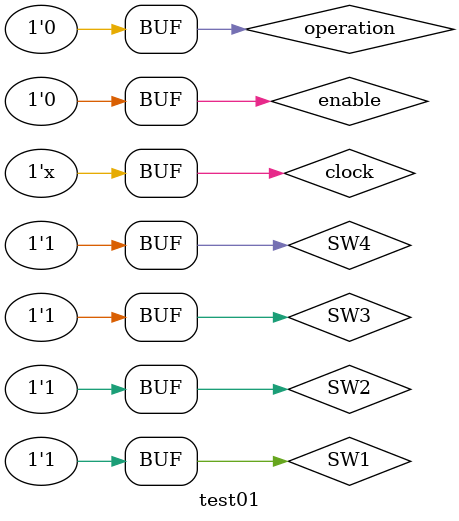
<source format=v>
`timescale 1ns / 1ps


module test01;

	// Inputs
	reg SW1;
	reg SW2;
	reg SW3;
	reg SW4;
	reg clock;
	reg operation;
	reg enable;

	// Instantiate the Unit Under Test (UUT)
	CPU uut (
		.SW1(SW1), 
		.SW2(SW2), 
		.SW3(SW3), 
		.SW4(SW4), 
		.clock(clock), 
		.operation(operation), 
		.enable(enable)
	);

	initial begin
		// Initialize Inputs
		SW1 = 0;
		SW2 = 0;
		SW3 = 0;
		SW4 = 0;
		clock = 0;
		operation = 0;
		enable = 0;

		// Wait 100 ns for global reset to finish
		#100;
		
		SW1 = 0;
		SW2 = 1;
		SW3 = 0;
		SW4 = 0;
      #100;
		SW1 = 1;
		SW2 = 1;
		SW3 = 1;
		SW4 = 1;
		// Add stimulus here

	end
	always @(*)
	begin
	#40;
	clock <= ~clock;
	end
endmodule


</source>
